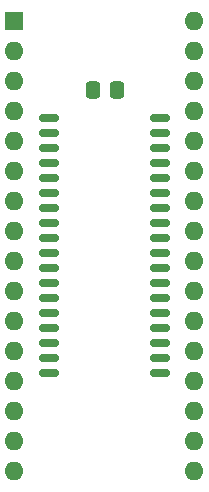
<source format=gts>
G04 #@! TF.GenerationSoftware,KiCad,Pcbnew,(6.0.11-0)*
G04 #@! TF.CreationDate,2023-06-06T19:26:52+02:00*
G04 #@! TF.ProjectId,soj36_to_dip,736f6a33-365f-4746-9f5f-6469702e6b69,rev?*
G04 #@! TF.SameCoordinates,Original*
G04 #@! TF.FileFunction,Soldermask,Top*
G04 #@! TF.FilePolarity,Negative*
%FSLAX46Y46*%
G04 Gerber Fmt 4.6, Leading zero omitted, Abs format (unit mm)*
G04 Created by KiCad (PCBNEW (6.0.11-0)) date 2023-06-06 19:26:52*
%MOMM*%
%LPD*%
G01*
G04 APERTURE LIST*
G04 Aperture macros list*
%AMRoundRect*
0 Rectangle with rounded corners*
0 $1 Rounding radius*
0 $2 $3 $4 $5 $6 $7 $8 $9 X,Y pos of 4 corners*
0 Add a 4 corners polygon primitive as box body*
4,1,4,$2,$3,$4,$5,$6,$7,$8,$9,$2,$3,0*
0 Add four circle primitives for the rounded corners*
1,1,$1+$1,$2,$3*
1,1,$1+$1,$4,$5*
1,1,$1+$1,$6,$7*
1,1,$1+$1,$8,$9*
0 Add four rect primitives between the rounded corners*
20,1,$1+$1,$2,$3,$4,$5,0*
20,1,$1+$1,$4,$5,$6,$7,0*
20,1,$1+$1,$6,$7,$8,$9,0*
20,1,$1+$1,$8,$9,$2,$3,0*%
G04 Aperture macros list end*
%ADD10RoundRect,0.250000X0.337500X0.475000X-0.337500X0.475000X-0.337500X-0.475000X0.337500X-0.475000X0*%
%ADD11O,1.600000X1.600000*%
%ADD12R,1.600000X1.600000*%
%ADD13RoundRect,0.150000X-0.700000X-0.150000X0.700000X-0.150000X0.700000X0.150000X-0.700000X0.150000X0*%
G04 APERTURE END LIST*
D10*
X153521500Y-69367400D03*
X155596500Y-69367400D03*
D11*
X162148600Y-63489400D03*
X146908600Y-101589400D03*
X162148600Y-66029400D03*
X146908600Y-99049400D03*
X162148600Y-68569400D03*
X146908600Y-96509400D03*
X162148600Y-71109400D03*
X146908600Y-93969400D03*
X162148600Y-73649400D03*
X146908600Y-91429400D03*
X162148600Y-76189400D03*
X146908600Y-88889400D03*
X162148600Y-78729400D03*
X146908600Y-86349400D03*
X162148600Y-81269400D03*
X146908600Y-83809400D03*
X162148600Y-83809400D03*
X146908600Y-81269400D03*
X162148600Y-86349400D03*
X146908600Y-78729400D03*
X162148600Y-88889400D03*
X146908600Y-76189400D03*
X162148600Y-91429400D03*
X146908600Y-73649400D03*
X162148600Y-93969400D03*
X146908600Y-71109400D03*
X162148600Y-96509400D03*
X146908600Y-68569400D03*
X162148600Y-99049400D03*
X146908600Y-66029400D03*
X162148600Y-101589400D03*
D12*
X146908600Y-63489400D03*
D13*
X159233600Y-71744400D03*
X159233600Y-73014400D03*
X159233600Y-74284400D03*
X159233600Y-75554400D03*
X159233600Y-76824400D03*
X159233600Y-78094400D03*
X159233600Y-79364400D03*
X159233600Y-80634400D03*
X159233600Y-81904400D03*
X159233600Y-83174400D03*
X159233600Y-84444400D03*
X159233600Y-85714400D03*
X159233600Y-86984400D03*
X159233600Y-88254400D03*
X159233600Y-89524400D03*
X159233600Y-90794400D03*
X159233600Y-92064400D03*
X159233600Y-93334400D03*
X149833600Y-93334400D03*
X149833600Y-92064400D03*
X149833600Y-90794400D03*
X149833600Y-89524400D03*
X149833600Y-88254400D03*
X149833600Y-86984400D03*
X149833600Y-85714400D03*
X149833600Y-84444400D03*
X149833600Y-83174400D03*
X149833600Y-81904400D03*
X149833600Y-80634400D03*
X149833600Y-79364400D03*
X149833600Y-78094400D03*
X149833600Y-76824400D03*
X149833600Y-75554400D03*
X149833600Y-74284400D03*
X149833600Y-73014400D03*
X149833600Y-71744400D03*
M02*

</source>
